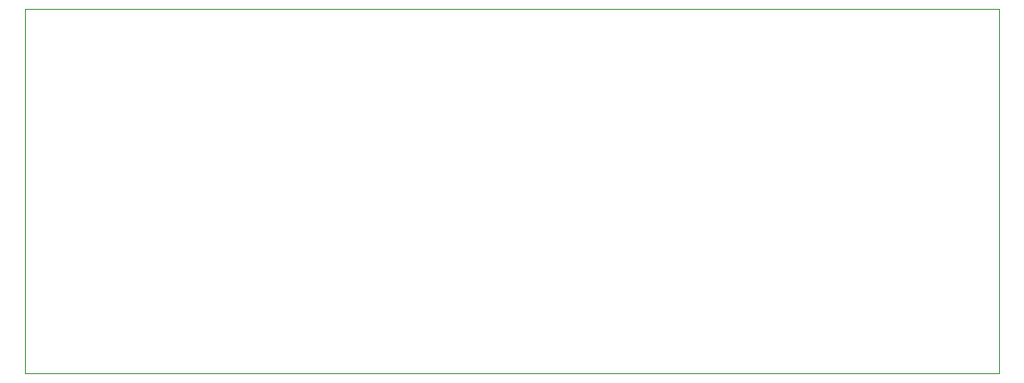
<source format=gbr>
%TF.GenerationSoftware,KiCad,Pcbnew,6.0.11*%
%TF.CreationDate,2025-01-17T14:03:24+01:00*%
%TF.ProjectId,MP6532_board_28-QFN,4d503635-3332-45f6-926f-6172645f3238,rev?*%
%TF.SameCoordinates,Original*%
%TF.FileFunction,Profile,NP*%
%FSLAX46Y46*%
G04 Gerber Fmt 4.6, Leading zero omitted, Abs format (unit mm)*
G04 Created by KiCad (PCBNEW 6.0.11) date 2025-01-17 14:03:24*
%MOMM*%
%LPD*%
G01*
G04 APERTURE LIST*
%TA.AperFunction,Profile*%
%ADD10C,0.100000*%
%TD*%
G04 APERTURE END LIST*
D10*
X36640000Y-41600000D02*
X129170000Y-41600000D01*
X129170000Y-41600000D02*
X129170000Y-76200000D01*
X129170000Y-76200000D02*
X36640000Y-76200000D01*
X36640000Y-76200000D02*
X36640000Y-41600000D01*
M02*

</source>
